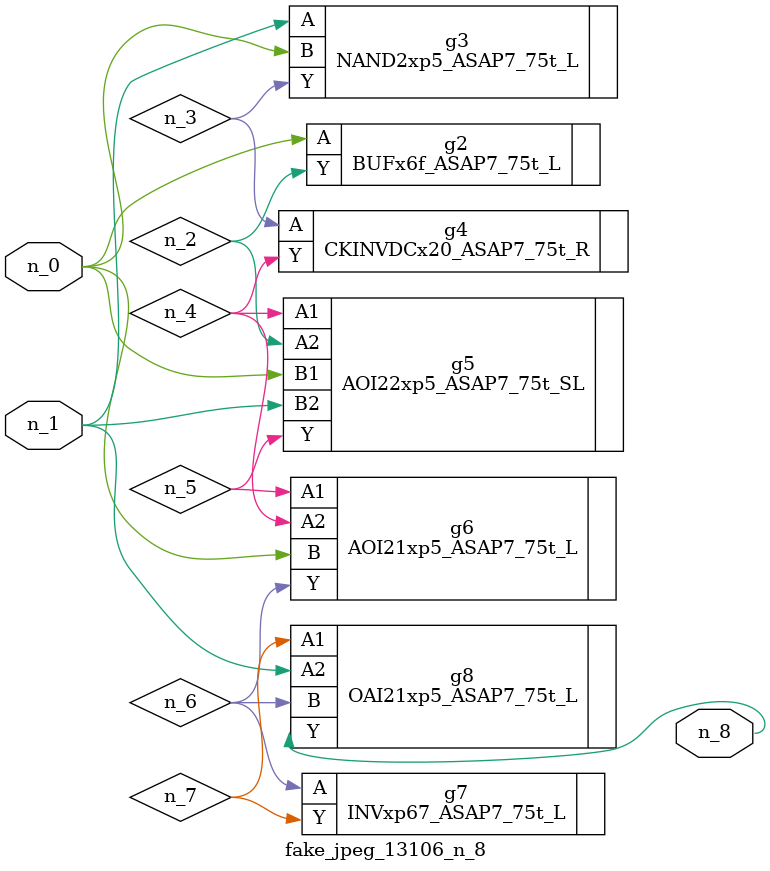
<source format=v>
module fake_jpeg_13106_n_8 (n_0, n_1, n_8);

input n_0;
input n_1;

output n_8;

wire n_2;
wire n_3;
wire n_4;
wire n_6;
wire n_5;
wire n_7;

BUFx6f_ASAP7_75t_L g2 ( 
.A(n_0),
.Y(n_2)
);

NAND2xp5_ASAP7_75t_L g3 ( 
.A(n_1),
.B(n_0),
.Y(n_3)
);

CKINVDCx20_ASAP7_75t_R g4 ( 
.A(n_3),
.Y(n_4)
);

AOI22xp5_ASAP7_75t_SL g5 ( 
.A1(n_4),
.A2(n_2),
.B1(n_0),
.B2(n_1),
.Y(n_5)
);

AOI21xp5_ASAP7_75t_L g6 ( 
.A1(n_5),
.A2(n_4),
.B(n_0),
.Y(n_6)
);

INVxp67_ASAP7_75t_L g7 ( 
.A(n_6),
.Y(n_7)
);

OAI21xp5_ASAP7_75t_L g8 ( 
.A1(n_7),
.A2(n_1),
.B(n_6),
.Y(n_8)
);


endmodule
</source>
